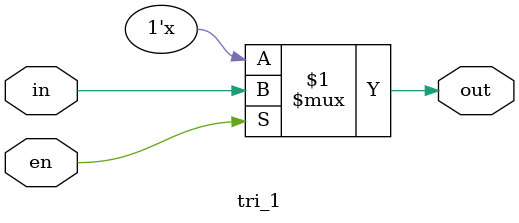
<source format=v>
module tri_1(in,en,out);
input in,en;
output out;
tri out;
bufif1 b1(out,in,en);
endmodule

</source>
